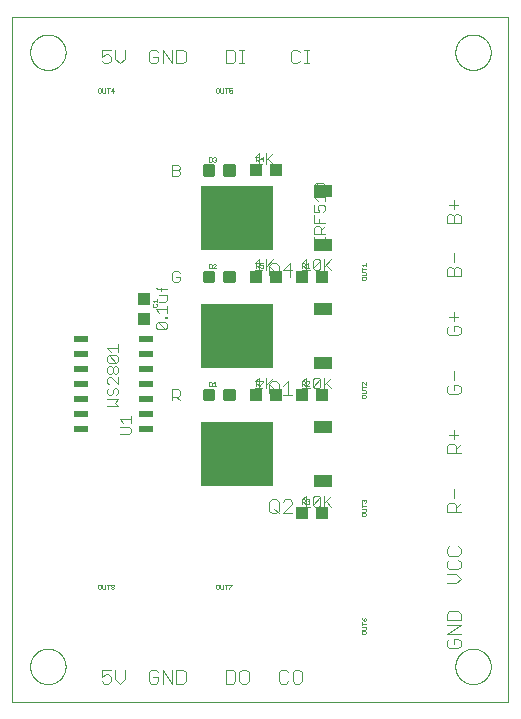
<source format=gtp>
G75*
%MOIN*%
%OFA0B0*%
%FSLAX25Y25*%
%IPPOS*%
%LPD*%
%AMOC8*
5,1,8,0,0,1.08239X$1,22.5*
%
%ADD10C,0.00000*%
%ADD11C,0.00400*%
%ADD12C,0.00300*%
%ADD13C,0.00100*%
%ADD14R,0.04724X0.01969*%
%ADD15R,0.04331X0.03937*%
%ADD16C,0.01181*%
%ADD17R,0.03937X0.04331*%
%ADD18R,0.24409X0.21260*%
%ADD19R,0.06299X0.03937*%
D10*
X0002969Y0002969D02*
X0002969Y0231315D01*
X0168323Y0231315D01*
X0168323Y0002969D01*
X0002969Y0002969D01*
X0008874Y0014780D02*
X0008876Y0014933D01*
X0008882Y0015087D01*
X0008892Y0015240D01*
X0008906Y0015392D01*
X0008924Y0015545D01*
X0008946Y0015696D01*
X0008971Y0015847D01*
X0009001Y0015998D01*
X0009035Y0016148D01*
X0009072Y0016296D01*
X0009113Y0016444D01*
X0009158Y0016590D01*
X0009207Y0016736D01*
X0009260Y0016880D01*
X0009316Y0017022D01*
X0009376Y0017163D01*
X0009440Y0017303D01*
X0009507Y0017441D01*
X0009578Y0017577D01*
X0009653Y0017711D01*
X0009730Y0017843D01*
X0009812Y0017973D01*
X0009896Y0018101D01*
X0009984Y0018227D01*
X0010075Y0018350D01*
X0010169Y0018471D01*
X0010267Y0018589D01*
X0010367Y0018705D01*
X0010471Y0018818D01*
X0010577Y0018929D01*
X0010686Y0019037D01*
X0010798Y0019142D01*
X0010912Y0019243D01*
X0011030Y0019342D01*
X0011149Y0019438D01*
X0011271Y0019531D01*
X0011396Y0019620D01*
X0011523Y0019707D01*
X0011652Y0019789D01*
X0011783Y0019869D01*
X0011916Y0019945D01*
X0012051Y0020018D01*
X0012188Y0020087D01*
X0012327Y0020152D01*
X0012467Y0020214D01*
X0012609Y0020272D01*
X0012752Y0020327D01*
X0012897Y0020378D01*
X0013043Y0020425D01*
X0013190Y0020468D01*
X0013338Y0020507D01*
X0013487Y0020543D01*
X0013637Y0020574D01*
X0013788Y0020602D01*
X0013939Y0020626D01*
X0014092Y0020646D01*
X0014244Y0020662D01*
X0014397Y0020674D01*
X0014550Y0020682D01*
X0014703Y0020686D01*
X0014857Y0020686D01*
X0015010Y0020682D01*
X0015163Y0020674D01*
X0015316Y0020662D01*
X0015468Y0020646D01*
X0015621Y0020626D01*
X0015772Y0020602D01*
X0015923Y0020574D01*
X0016073Y0020543D01*
X0016222Y0020507D01*
X0016370Y0020468D01*
X0016517Y0020425D01*
X0016663Y0020378D01*
X0016808Y0020327D01*
X0016951Y0020272D01*
X0017093Y0020214D01*
X0017233Y0020152D01*
X0017372Y0020087D01*
X0017509Y0020018D01*
X0017644Y0019945D01*
X0017777Y0019869D01*
X0017908Y0019789D01*
X0018037Y0019707D01*
X0018164Y0019620D01*
X0018289Y0019531D01*
X0018411Y0019438D01*
X0018530Y0019342D01*
X0018648Y0019243D01*
X0018762Y0019142D01*
X0018874Y0019037D01*
X0018983Y0018929D01*
X0019089Y0018818D01*
X0019193Y0018705D01*
X0019293Y0018589D01*
X0019391Y0018471D01*
X0019485Y0018350D01*
X0019576Y0018227D01*
X0019664Y0018101D01*
X0019748Y0017973D01*
X0019830Y0017843D01*
X0019907Y0017711D01*
X0019982Y0017577D01*
X0020053Y0017441D01*
X0020120Y0017303D01*
X0020184Y0017163D01*
X0020244Y0017022D01*
X0020300Y0016880D01*
X0020353Y0016736D01*
X0020402Y0016590D01*
X0020447Y0016444D01*
X0020488Y0016296D01*
X0020525Y0016148D01*
X0020559Y0015998D01*
X0020589Y0015847D01*
X0020614Y0015696D01*
X0020636Y0015545D01*
X0020654Y0015392D01*
X0020668Y0015240D01*
X0020678Y0015087D01*
X0020684Y0014933D01*
X0020686Y0014780D01*
X0020684Y0014627D01*
X0020678Y0014473D01*
X0020668Y0014320D01*
X0020654Y0014168D01*
X0020636Y0014015D01*
X0020614Y0013864D01*
X0020589Y0013713D01*
X0020559Y0013562D01*
X0020525Y0013412D01*
X0020488Y0013264D01*
X0020447Y0013116D01*
X0020402Y0012970D01*
X0020353Y0012824D01*
X0020300Y0012680D01*
X0020244Y0012538D01*
X0020184Y0012397D01*
X0020120Y0012257D01*
X0020053Y0012119D01*
X0019982Y0011983D01*
X0019907Y0011849D01*
X0019830Y0011717D01*
X0019748Y0011587D01*
X0019664Y0011459D01*
X0019576Y0011333D01*
X0019485Y0011210D01*
X0019391Y0011089D01*
X0019293Y0010971D01*
X0019193Y0010855D01*
X0019089Y0010742D01*
X0018983Y0010631D01*
X0018874Y0010523D01*
X0018762Y0010418D01*
X0018648Y0010317D01*
X0018530Y0010218D01*
X0018411Y0010122D01*
X0018289Y0010029D01*
X0018164Y0009940D01*
X0018037Y0009853D01*
X0017908Y0009771D01*
X0017777Y0009691D01*
X0017644Y0009615D01*
X0017509Y0009542D01*
X0017372Y0009473D01*
X0017233Y0009408D01*
X0017093Y0009346D01*
X0016951Y0009288D01*
X0016808Y0009233D01*
X0016663Y0009182D01*
X0016517Y0009135D01*
X0016370Y0009092D01*
X0016222Y0009053D01*
X0016073Y0009017D01*
X0015923Y0008986D01*
X0015772Y0008958D01*
X0015621Y0008934D01*
X0015468Y0008914D01*
X0015316Y0008898D01*
X0015163Y0008886D01*
X0015010Y0008878D01*
X0014857Y0008874D01*
X0014703Y0008874D01*
X0014550Y0008878D01*
X0014397Y0008886D01*
X0014244Y0008898D01*
X0014092Y0008914D01*
X0013939Y0008934D01*
X0013788Y0008958D01*
X0013637Y0008986D01*
X0013487Y0009017D01*
X0013338Y0009053D01*
X0013190Y0009092D01*
X0013043Y0009135D01*
X0012897Y0009182D01*
X0012752Y0009233D01*
X0012609Y0009288D01*
X0012467Y0009346D01*
X0012327Y0009408D01*
X0012188Y0009473D01*
X0012051Y0009542D01*
X0011916Y0009615D01*
X0011783Y0009691D01*
X0011652Y0009771D01*
X0011523Y0009853D01*
X0011396Y0009940D01*
X0011271Y0010029D01*
X0011149Y0010122D01*
X0011030Y0010218D01*
X0010912Y0010317D01*
X0010798Y0010418D01*
X0010686Y0010523D01*
X0010577Y0010631D01*
X0010471Y0010742D01*
X0010367Y0010855D01*
X0010267Y0010971D01*
X0010169Y0011089D01*
X0010075Y0011210D01*
X0009984Y0011333D01*
X0009896Y0011459D01*
X0009812Y0011587D01*
X0009730Y0011717D01*
X0009653Y0011849D01*
X0009578Y0011983D01*
X0009507Y0012119D01*
X0009440Y0012257D01*
X0009376Y0012397D01*
X0009316Y0012538D01*
X0009260Y0012680D01*
X0009207Y0012824D01*
X0009158Y0012970D01*
X0009113Y0013116D01*
X0009072Y0013264D01*
X0009035Y0013412D01*
X0009001Y0013562D01*
X0008971Y0013713D01*
X0008946Y0013864D01*
X0008924Y0014015D01*
X0008906Y0014168D01*
X0008892Y0014320D01*
X0008882Y0014473D01*
X0008876Y0014627D01*
X0008874Y0014780D01*
X0150606Y0014780D02*
X0150608Y0014933D01*
X0150614Y0015087D01*
X0150624Y0015240D01*
X0150638Y0015392D01*
X0150656Y0015545D01*
X0150678Y0015696D01*
X0150703Y0015847D01*
X0150733Y0015998D01*
X0150767Y0016148D01*
X0150804Y0016296D01*
X0150845Y0016444D01*
X0150890Y0016590D01*
X0150939Y0016736D01*
X0150992Y0016880D01*
X0151048Y0017022D01*
X0151108Y0017163D01*
X0151172Y0017303D01*
X0151239Y0017441D01*
X0151310Y0017577D01*
X0151385Y0017711D01*
X0151462Y0017843D01*
X0151544Y0017973D01*
X0151628Y0018101D01*
X0151716Y0018227D01*
X0151807Y0018350D01*
X0151901Y0018471D01*
X0151999Y0018589D01*
X0152099Y0018705D01*
X0152203Y0018818D01*
X0152309Y0018929D01*
X0152418Y0019037D01*
X0152530Y0019142D01*
X0152644Y0019243D01*
X0152762Y0019342D01*
X0152881Y0019438D01*
X0153003Y0019531D01*
X0153128Y0019620D01*
X0153255Y0019707D01*
X0153384Y0019789D01*
X0153515Y0019869D01*
X0153648Y0019945D01*
X0153783Y0020018D01*
X0153920Y0020087D01*
X0154059Y0020152D01*
X0154199Y0020214D01*
X0154341Y0020272D01*
X0154484Y0020327D01*
X0154629Y0020378D01*
X0154775Y0020425D01*
X0154922Y0020468D01*
X0155070Y0020507D01*
X0155219Y0020543D01*
X0155369Y0020574D01*
X0155520Y0020602D01*
X0155671Y0020626D01*
X0155824Y0020646D01*
X0155976Y0020662D01*
X0156129Y0020674D01*
X0156282Y0020682D01*
X0156435Y0020686D01*
X0156589Y0020686D01*
X0156742Y0020682D01*
X0156895Y0020674D01*
X0157048Y0020662D01*
X0157200Y0020646D01*
X0157353Y0020626D01*
X0157504Y0020602D01*
X0157655Y0020574D01*
X0157805Y0020543D01*
X0157954Y0020507D01*
X0158102Y0020468D01*
X0158249Y0020425D01*
X0158395Y0020378D01*
X0158540Y0020327D01*
X0158683Y0020272D01*
X0158825Y0020214D01*
X0158965Y0020152D01*
X0159104Y0020087D01*
X0159241Y0020018D01*
X0159376Y0019945D01*
X0159509Y0019869D01*
X0159640Y0019789D01*
X0159769Y0019707D01*
X0159896Y0019620D01*
X0160021Y0019531D01*
X0160143Y0019438D01*
X0160262Y0019342D01*
X0160380Y0019243D01*
X0160494Y0019142D01*
X0160606Y0019037D01*
X0160715Y0018929D01*
X0160821Y0018818D01*
X0160925Y0018705D01*
X0161025Y0018589D01*
X0161123Y0018471D01*
X0161217Y0018350D01*
X0161308Y0018227D01*
X0161396Y0018101D01*
X0161480Y0017973D01*
X0161562Y0017843D01*
X0161639Y0017711D01*
X0161714Y0017577D01*
X0161785Y0017441D01*
X0161852Y0017303D01*
X0161916Y0017163D01*
X0161976Y0017022D01*
X0162032Y0016880D01*
X0162085Y0016736D01*
X0162134Y0016590D01*
X0162179Y0016444D01*
X0162220Y0016296D01*
X0162257Y0016148D01*
X0162291Y0015998D01*
X0162321Y0015847D01*
X0162346Y0015696D01*
X0162368Y0015545D01*
X0162386Y0015392D01*
X0162400Y0015240D01*
X0162410Y0015087D01*
X0162416Y0014933D01*
X0162418Y0014780D01*
X0162416Y0014627D01*
X0162410Y0014473D01*
X0162400Y0014320D01*
X0162386Y0014168D01*
X0162368Y0014015D01*
X0162346Y0013864D01*
X0162321Y0013713D01*
X0162291Y0013562D01*
X0162257Y0013412D01*
X0162220Y0013264D01*
X0162179Y0013116D01*
X0162134Y0012970D01*
X0162085Y0012824D01*
X0162032Y0012680D01*
X0161976Y0012538D01*
X0161916Y0012397D01*
X0161852Y0012257D01*
X0161785Y0012119D01*
X0161714Y0011983D01*
X0161639Y0011849D01*
X0161562Y0011717D01*
X0161480Y0011587D01*
X0161396Y0011459D01*
X0161308Y0011333D01*
X0161217Y0011210D01*
X0161123Y0011089D01*
X0161025Y0010971D01*
X0160925Y0010855D01*
X0160821Y0010742D01*
X0160715Y0010631D01*
X0160606Y0010523D01*
X0160494Y0010418D01*
X0160380Y0010317D01*
X0160262Y0010218D01*
X0160143Y0010122D01*
X0160021Y0010029D01*
X0159896Y0009940D01*
X0159769Y0009853D01*
X0159640Y0009771D01*
X0159509Y0009691D01*
X0159376Y0009615D01*
X0159241Y0009542D01*
X0159104Y0009473D01*
X0158965Y0009408D01*
X0158825Y0009346D01*
X0158683Y0009288D01*
X0158540Y0009233D01*
X0158395Y0009182D01*
X0158249Y0009135D01*
X0158102Y0009092D01*
X0157954Y0009053D01*
X0157805Y0009017D01*
X0157655Y0008986D01*
X0157504Y0008958D01*
X0157353Y0008934D01*
X0157200Y0008914D01*
X0157048Y0008898D01*
X0156895Y0008886D01*
X0156742Y0008878D01*
X0156589Y0008874D01*
X0156435Y0008874D01*
X0156282Y0008878D01*
X0156129Y0008886D01*
X0155976Y0008898D01*
X0155824Y0008914D01*
X0155671Y0008934D01*
X0155520Y0008958D01*
X0155369Y0008986D01*
X0155219Y0009017D01*
X0155070Y0009053D01*
X0154922Y0009092D01*
X0154775Y0009135D01*
X0154629Y0009182D01*
X0154484Y0009233D01*
X0154341Y0009288D01*
X0154199Y0009346D01*
X0154059Y0009408D01*
X0153920Y0009473D01*
X0153783Y0009542D01*
X0153648Y0009615D01*
X0153515Y0009691D01*
X0153384Y0009771D01*
X0153255Y0009853D01*
X0153128Y0009940D01*
X0153003Y0010029D01*
X0152881Y0010122D01*
X0152762Y0010218D01*
X0152644Y0010317D01*
X0152530Y0010418D01*
X0152418Y0010523D01*
X0152309Y0010631D01*
X0152203Y0010742D01*
X0152099Y0010855D01*
X0151999Y0010971D01*
X0151901Y0011089D01*
X0151807Y0011210D01*
X0151716Y0011333D01*
X0151628Y0011459D01*
X0151544Y0011587D01*
X0151462Y0011717D01*
X0151385Y0011849D01*
X0151310Y0011983D01*
X0151239Y0012119D01*
X0151172Y0012257D01*
X0151108Y0012397D01*
X0151048Y0012538D01*
X0150992Y0012680D01*
X0150939Y0012824D01*
X0150890Y0012970D01*
X0150845Y0013116D01*
X0150804Y0013264D01*
X0150767Y0013412D01*
X0150733Y0013562D01*
X0150703Y0013713D01*
X0150678Y0013864D01*
X0150656Y0014015D01*
X0150638Y0014168D01*
X0150624Y0014320D01*
X0150614Y0014473D01*
X0150608Y0014627D01*
X0150606Y0014780D01*
X0150606Y0219504D02*
X0150608Y0219657D01*
X0150614Y0219811D01*
X0150624Y0219964D01*
X0150638Y0220116D01*
X0150656Y0220269D01*
X0150678Y0220420D01*
X0150703Y0220571D01*
X0150733Y0220722D01*
X0150767Y0220872D01*
X0150804Y0221020D01*
X0150845Y0221168D01*
X0150890Y0221314D01*
X0150939Y0221460D01*
X0150992Y0221604D01*
X0151048Y0221746D01*
X0151108Y0221887D01*
X0151172Y0222027D01*
X0151239Y0222165D01*
X0151310Y0222301D01*
X0151385Y0222435D01*
X0151462Y0222567D01*
X0151544Y0222697D01*
X0151628Y0222825D01*
X0151716Y0222951D01*
X0151807Y0223074D01*
X0151901Y0223195D01*
X0151999Y0223313D01*
X0152099Y0223429D01*
X0152203Y0223542D01*
X0152309Y0223653D01*
X0152418Y0223761D01*
X0152530Y0223866D01*
X0152644Y0223967D01*
X0152762Y0224066D01*
X0152881Y0224162D01*
X0153003Y0224255D01*
X0153128Y0224344D01*
X0153255Y0224431D01*
X0153384Y0224513D01*
X0153515Y0224593D01*
X0153648Y0224669D01*
X0153783Y0224742D01*
X0153920Y0224811D01*
X0154059Y0224876D01*
X0154199Y0224938D01*
X0154341Y0224996D01*
X0154484Y0225051D01*
X0154629Y0225102D01*
X0154775Y0225149D01*
X0154922Y0225192D01*
X0155070Y0225231D01*
X0155219Y0225267D01*
X0155369Y0225298D01*
X0155520Y0225326D01*
X0155671Y0225350D01*
X0155824Y0225370D01*
X0155976Y0225386D01*
X0156129Y0225398D01*
X0156282Y0225406D01*
X0156435Y0225410D01*
X0156589Y0225410D01*
X0156742Y0225406D01*
X0156895Y0225398D01*
X0157048Y0225386D01*
X0157200Y0225370D01*
X0157353Y0225350D01*
X0157504Y0225326D01*
X0157655Y0225298D01*
X0157805Y0225267D01*
X0157954Y0225231D01*
X0158102Y0225192D01*
X0158249Y0225149D01*
X0158395Y0225102D01*
X0158540Y0225051D01*
X0158683Y0224996D01*
X0158825Y0224938D01*
X0158965Y0224876D01*
X0159104Y0224811D01*
X0159241Y0224742D01*
X0159376Y0224669D01*
X0159509Y0224593D01*
X0159640Y0224513D01*
X0159769Y0224431D01*
X0159896Y0224344D01*
X0160021Y0224255D01*
X0160143Y0224162D01*
X0160262Y0224066D01*
X0160380Y0223967D01*
X0160494Y0223866D01*
X0160606Y0223761D01*
X0160715Y0223653D01*
X0160821Y0223542D01*
X0160925Y0223429D01*
X0161025Y0223313D01*
X0161123Y0223195D01*
X0161217Y0223074D01*
X0161308Y0222951D01*
X0161396Y0222825D01*
X0161480Y0222697D01*
X0161562Y0222567D01*
X0161639Y0222435D01*
X0161714Y0222301D01*
X0161785Y0222165D01*
X0161852Y0222027D01*
X0161916Y0221887D01*
X0161976Y0221746D01*
X0162032Y0221604D01*
X0162085Y0221460D01*
X0162134Y0221314D01*
X0162179Y0221168D01*
X0162220Y0221020D01*
X0162257Y0220872D01*
X0162291Y0220722D01*
X0162321Y0220571D01*
X0162346Y0220420D01*
X0162368Y0220269D01*
X0162386Y0220116D01*
X0162400Y0219964D01*
X0162410Y0219811D01*
X0162416Y0219657D01*
X0162418Y0219504D01*
X0162416Y0219351D01*
X0162410Y0219197D01*
X0162400Y0219044D01*
X0162386Y0218892D01*
X0162368Y0218739D01*
X0162346Y0218588D01*
X0162321Y0218437D01*
X0162291Y0218286D01*
X0162257Y0218136D01*
X0162220Y0217988D01*
X0162179Y0217840D01*
X0162134Y0217694D01*
X0162085Y0217548D01*
X0162032Y0217404D01*
X0161976Y0217262D01*
X0161916Y0217121D01*
X0161852Y0216981D01*
X0161785Y0216843D01*
X0161714Y0216707D01*
X0161639Y0216573D01*
X0161562Y0216441D01*
X0161480Y0216311D01*
X0161396Y0216183D01*
X0161308Y0216057D01*
X0161217Y0215934D01*
X0161123Y0215813D01*
X0161025Y0215695D01*
X0160925Y0215579D01*
X0160821Y0215466D01*
X0160715Y0215355D01*
X0160606Y0215247D01*
X0160494Y0215142D01*
X0160380Y0215041D01*
X0160262Y0214942D01*
X0160143Y0214846D01*
X0160021Y0214753D01*
X0159896Y0214664D01*
X0159769Y0214577D01*
X0159640Y0214495D01*
X0159509Y0214415D01*
X0159376Y0214339D01*
X0159241Y0214266D01*
X0159104Y0214197D01*
X0158965Y0214132D01*
X0158825Y0214070D01*
X0158683Y0214012D01*
X0158540Y0213957D01*
X0158395Y0213906D01*
X0158249Y0213859D01*
X0158102Y0213816D01*
X0157954Y0213777D01*
X0157805Y0213741D01*
X0157655Y0213710D01*
X0157504Y0213682D01*
X0157353Y0213658D01*
X0157200Y0213638D01*
X0157048Y0213622D01*
X0156895Y0213610D01*
X0156742Y0213602D01*
X0156589Y0213598D01*
X0156435Y0213598D01*
X0156282Y0213602D01*
X0156129Y0213610D01*
X0155976Y0213622D01*
X0155824Y0213638D01*
X0155671Y0213658D01*
X0155520Y0213682D01*
X0155369Y0213710D01*
X0155219Y0213741D01*
X0155070Y0213777D01*
X0154922Y0213816D01*
X0154775Y0213859D01*
X0154629Y0213906D01*
X0154484Y0213957D01*
X0154341Y0214012D01*
X0154199Y0214070D01*
X0154059Y0214132D01*
X0153920Y0214197D01*
X0153783Y0214266D01*
X0153648Y0214339D01*
X0153515Y0214415D01*
X0153384Y0214495D01*
X0153255Y0214577D01*
X0153128Y0214664D01*
X0153003Y0214753D01*
X0152881Y0214846D01*
X0152762Y0214942D01*
X0152644Y0215041D01*
X0152530Y0215142D01*
X0152418Y0215247D01*
X0152309Y0215355D01*
X0152203Y0215466D01*
X0152099Y0215579D01*
X0151999Y0215695D01*
X0151901Y0215813D01*
X0151807Y0215934D01*
X0151716Y0216057D01*
X0151628Y0216183D01*
X0151544Y0216311D01*
X0151462Y0216441D01*
X0151385Y0216573D01*
X0151310Y0216707D01*
X0151239Y0216843D01*
X0151172Y0216981D01*
X0151108Y0217121D01*
X0151048Y0217262D01*
X0150992Y0217404D01*
X0150939Y0217548D01*
X0150890Y0217694D01*
X0150845Y0217840D01*
X0150804Y0217988D01*
X0150767Y0218136D01*
X0150733Y0218286D01*
X0150703Y0218437D01*
X0150678Y0218588D01*
X0150656Y0218739D01*
X0150638Y0218892D01*
X0150624Y0219044D01*
X0150614Y0219197D01*
X0150608Y0219351D01*
X0150606Y0219504D01*
X0008874Y0219504D02*
X0008876Y0219657D01*
X0008882Y0219811D01*
X0008892Y0219964D01*
X0008906Y0220116D01*
X0008924Y0220269D01*
X0008946Y0220420D01*
X0008971Y0220571D01*
X0009001Y0220722D01*
X0009035Y0220872D01*
X0009072Y0221020D01*
X0009113Y0221168D01*
X0009158Y0221314D01*
X0009207Y0221460D01*
X0009260Y0221604D01*
X0009316Y0221746D01*
X0009376Y0221887D01*
X0009440Y0222027D01*
X0009507Y0222165D01*
X0009578Y0222301D01*
X0009653Y0222435D01*
X0009730Y0222567D01*
X0009812Y0222697D01*
X0009896Y0222825D01*
X0009984Y0222951D01*
X0010075Y0223074D01*
X0010169Y0223195D01*
X0010267Y0223313D01*
X0010367Y0223429D01*
X0010471Y0223542D01*
X0010577Y0223653D01*
X0010686Y0223761D01*
X0010798Y0223866D01*
X0010912Y0223967D01*
X0011030Y0224066D01*
X0011149Y0224162D01*
X0011271Y0224255D01*
X0011396Y0224344D01*
X0011523Y0224431D01*
X0011652Y0224513D01*
X0011783Y0224593D01*
X0011916Y0224669D01*
X0012051Y0224742D01*
X0012188Y0224811D01*
X0012327Y0224876D01*
X0012467Y0224938D01*
X0012609Y0224996D01*
X0012752Y0225051D01*
X0012897Y0225102D01*
X0013043Y0225149D01*
X0013190Y0225192D01*
X0013338Y0225231D01*
X0013487Y0225267D01*
X0013637Y0225298D01*
X0013788Y0225326D01*
X0013939Y0225350D01*
X0014092Y0225370D01*
X0014244Y0225386D01*
X0014397Y0225398D01*
X0014550Y0225406D01*
X0014703Y0225410D01*
X0014857Y0225410D01*
X0015010Y0225406D01*
X0015163Y0225398D01*
X0015316Y0225386D01*
X0015468Y0225370D01*
X0015621Y0225350D01*
X0015772Y0225326D01*
X0015923Y0225298D01*
X0016073Y0225267D01*
X0016222Y0225231D01*
X0016370Y0225192D01*
X0016517Y0225149D01*
X0016663Y0225102D01*
X0016808Y0225051D01*
X0016951Y0224996D01*
X0017093Y0224938D01*
X0017233Y0224876D01*
X0017372Y0224811D01*
X0017509Y0224742D01*
X0017644Y0224669D01*
X0017777Y0224593D01*
X0017908Y0224513D01*
X0018037Y0224431D01*
X0018164Y0224344D01*
X0018289Y0224255D01*
X0018411Y0224162D01*
X0018530Y0224066D01*
X0018648Y0223967D01*
X0018762Y0223866D01*
X0018874Y0223761D01*
X0018983Y0223653D01*
X0019089Y0223542D01*
X0019193Y0223429D01*
X0019293Y0223313D01*
X0019391Y0223195D01*
X0019485Y0223074D01*
X0019576Y0222951D01*
X0019664Y0222825D01*
X0019748Y0222697D01*
X0019830Y0222567D01*
X0019907Y0222435D01*
X0019982Y0222301D01*
X0020053Y0222165D01*
X0020120Y0222027D01*
X0020184Y0221887D01*
X0020244Y0221746D01*
X0020300Y0221604D01*
X0020353Y0221460D01*
X0020402Y0221314D01*
X0020447Y0221168D01*
X0020488Y0221020D01*
X0020525Y0220872D01*
X0020559Y0220722D01*
X0020589Y0220571D01*
X0020614Y0220420D01*
X0020636Y0220269D01*
X0020654Y0220116D01*
X0020668Y0219964D01*
X0020678Y0219811D01*
X0020684Y0219657D01*
X0020686Y0219504D01*
X0020684Y0219351D01*
X0020678Y0219197D01*
X0020668Y0219044D01*
X0020654Y0218892D01*
X0020636Y0218739D01*
X0020614Y0218588D01*
X0020589Y0218437D01*
X0020559Y0218286D01*
X0020525Y0218136D01*
X0020488Y0217988D01*
X0020447Y0217840D01*
X0020402Y0217694D01*
X0020353Y0217548D01*
X0020300Y0217404D01*
X0020244Y0217262D01*
X0020184Y0217121D01*
X0020120Y0216981D01*
X0020053Y0216843D01*
X0019982Y0216707D01*
X0019907Y0216573D01*
X0019830Y0216441D01*
X0019748Y0216311D01*
X0019664Y0216183D01*
X0019576Y0216057D01*
X0019485Y0215934D01*
X0019391Y0215813D01*
X0019293Y0215695D01*
X0019193Y0215579D01*
X0019089Y0215466D01*
X0018983Y0215355D01*
X0018874Y0215247D01*
X0018762Y0215142D01*
X0018648Y0215041D01*
X0018530Y0214942D01*
X0018411Y0214846D01*
X0018289Y0214753D01*
X0018164Y0214664D01*
X0018037Y0214577D01*
X0017908Y0214495D01*
X0017777Y0214415D01*
X0017644Y0214339D01*
X0017509Y0214266D01*
X0017372Y0214197D01*
X0017233Y0214132D01*
X0017093Y0214070D01*
X0016951Y0214012D01*
X0016808Y0213957D01*
X0016663Y0213906D01*
X0016517Y0213859D01*
X0016370Y0213816D01*
X0016222Y0213777D01*
X0016073Y0213741D01*
X0015923Y0213710D01*
X0015772Y0213682D01*
X0015621Y0213658D01*
X0015468Y0213638D01*
X0015316Y0213622D01*
X0015163Y0213610D01*
X0015010Y0213602D01*
X0014857Y0213598D01*
X0014703Y0213598D01*
X0014550Y0213602D01*
X0014397Y0213610D01*
X0014244Y0213622D01*
X0014092Y0213638D01*
X0013939Y0213658D01*
X0013788Y0213682D01*
X0013637Y0213710D01*
X0013487Y0213741D01*
X0013338Y0213777D01*
X0013190Y0213816D01*
X0013043Y0213859D01*
X0012897Y0213906D01*
X0012752Y0213957D01*
X0012609Y0214012D01*
X0012467Y0214070D01*
X0012327Y0214132D01*
X0012188Y0214197D01*
X0012051Y0214266D01*
X0011916Y0214339D01*
X0011783Y0214415D01*
X0011652Y0214495D01*
X0011523Y0214577D01*
X0011396Y0214664D01*
X0011271Y0214753D01*
X0011149Y0214846D01*
X0011030Y0214942D01*
X0010912Y0215041D01*
X0010798Y0215142D01*
X0010686Y0215247D01*
X0010577Y0215355D01*
X0010471Y0215466D01*
X0010367Y0215579D01*
X0010267Y0215695D01*
X0010169Y0215813D01*
X0010075Y0215934D01*
X0009984Y0216057D01*
X0009896Y0216183D01*
X0009812Y0216311D01*
X0009730Y0216441D01*
X0009653Y0216573D01*
X0009578Y0216707D01*
X0009507Y0216843D01*
X0009440Y0216981D01*
X0009376Y0217121D01*
X0009316Y0217262D01*
X0009260Y0217404D01*
X0009207Y0217548D01*
X0009158Y0217694D01*
X0009113Y0217840D01*
X0009072Y0217988D01*
X0009035Y0218136D01*
X0009001Y0218286D01*
X0008971Y0218437D01*
X0008946Y0218588D01*
X0008924Y0218739D01*
X0008906Y0218892D01*
X0008892Y0219044D01*
X0008882Y0219197D01*
X0008876Y0219351D01*
X0008874Y0219504D01*
D11*
X0032696Y0220371D02*
X0032696Y0218069D01*
X0034231Y0218836D01*
X0034998Y0218836D01*
X0035765Y0218069D01*
X0035765Y0216534D01*
X0034998Y0215767D01*
X0033463Y0215767D01*
X0032696Y0216534D01*
X0032696Y0220371D02*
X0035765Y0220371D01*
X0037300Y0220371D02*
X0037300Y0217302D01*
X0038835Y0215767D01*
X0040369Y0217302D01*
X0040369Y0220371D01*
X0048444Y0219604D02*
X0048444Y0216534D01*
X0049211Y0215767D01*
X0050746Y0215767D01*
X0051513Y0216534D01*
X0051513Y0218069D01*
X0049979Y0218069D01*
X0051513Y0219604D02*
X0050746Y0220371D01*
X0049211Y0220371D01*
X0048444Y0219604D01*
X0053048Y0220371D02*
X0053048Y0215767D01*
X0056117Y0215767D02*
X0053048Y0220371D01*
X0056117Y0220371D02*
X0056117Y0215767D01*
X0057652Y0215767D02*
X0059954Y0215767D01*
X0060721Y0216534D01*
X0060721Y0219604D01*
X0059954Y0220371D01*
X0057652Y0220371D01*
X0057652Y0215767D01*
X0074035Y0215767D02*
X0076337Y0215767D01*
X0077104Y0216534D01*
X0077104Y0219604D01*
X0076337Y0220371D01*
X0074035Y0220371D01*
X0074035Y0215767D01*
X0078639Y0215767D02*
X0080173Y0215767D01*
X0079406Y0215767D02*
X0079406Y0220371D01*
X0078639Y0220371D02*
X0080173Y0220371D01*
X0095688Y0219604D02*
X0095688Y0216534D01*
X0096455Y0215767D01*
X0097990Y0215767D01*
X0098757Y0216534D01*
X0100292Y0215767D02*
X0101827Y0215767D01*
X0101059Y0215767D02*
X0101059Y0220371D01*
X0100292Y0220371D02*
X0101827Y0220371D01*
X0098757Y0219604D02*
X0097990Y0220371D01*
X0096455Y0220371D01*
X0095688Y0219604D01*
X0095512Y0149190D02*
X0093210Y0146888D01*
X0096280Y0146888D01*
X0095512Y0144586D02*
X0095512Y0149190D01*
X0091676Y0148422D02*
X0091676Y0145353D01*
X0090908Y0144586D01*
X0089374Y0144586D01*
X0088606Y0145353D01*
X0088606Y0148422D01*
X0089374Y0149190D01*
X0090908Y0149190D01*
X0091676Y0148422D01*
X0090141Y0146120D02*
X0091676Y0144586D01*
X0090908Y0109820D02*
X0089374Y0109820D01*
X0088606Y0109052D01*
X0088606Y0105983D01*
X0089374Y0105216D01*
X0090908Y0105216D01*
X0091676Y0105983D01*
X0091676Y0109052D01*
X0090908Y0109820D01*
X0093210Y0108285D02*
X0094745Y0109820D01*
X0094745Y0105216D01*
X0093210Y0105216D02*
X0096280Y0105216D01*
X0091676Y0105216D02*
X0090141Y0106750D01*
X0089374Y0070450D02*
X0090908Y0070450D01*
X0091676Y0069682D01*
X0091676Y0066613D01*
X0090908Y0065846D01*
X0089374Y0065846D01*
X0088606Y0066613D01*
X0088606Y0069682D01*
X0089374Y0070450D01*
X0090141Y0067380D02*
X0091676Y0065846D01*
X0093210Y0065846D02*
X0096280Y0068915D01*
X0096280Y0069682D01*
X0095512Y0070450D01*
X0093978Y0070450D01*
X0093210Y0069682D01*
X0093210Y0065846D02*
X0096280Y0065846D01*
X0097122Y0013678D02*
X0096355Y0012911D01*
X0096355Y0009841D01*
X0097122Y0009074D01*
X0098657Y0009074D01*
X0099424Y0009841D01*
X0099424Y0012911D01*
X0098657Y0013678D01*
X0097122Y0013678D01*
X0094820Y0012911D02*
X0094053Y0013678D01*
X0092518Y0013678D01*
X0091751Y0012911D01*
X0091751Y0009841D01*
X0092518Y0009074D01*
X0094053Y0009074D01*
X0094820Y0009841D01*
X0081708Y0009841D02*
X0080941Y0009074D01*
X0079406Y0009074D01*
X0078639Y0009841D01*
X0078639Y0012911D01*
X0079406Y0013678D01*
X0080941Y0013678D01*
X0081708Y0012911D01*
X0081708Y0009841D01*
X0077104Y0009841D02*
X0077104Y0012911D01*
X0076337Y0013678D01*
X0074035Y0013678D01*
X0074035Y0009074D01*
X0076337Y0009074D01*
X0077104Y0009841D01*
X0060721Y0009841D02*
X0059954Y0009074D01*
X0057652Y0009074D01*
X0057652Y0013678D01*
X0059954Y0013678D01*
X0060721Y0012911D01*
X0060721Y0009841D01*
X0056117Y0009074D02*
X0056117Y0013678D01*
X0053048Y0013678D02*
X0053048Y0009074D01*
X0051513Y0009841D02*
X0051513Y0011376D01*
X0049979Y0011376D01*
X0051513Y0012911D02*
X0050746Y0013678D01*
X0049211Y0013678D01*
X0048444Y0012911D01*
X0048444Y0009841D01*
X0049211Y0009074D01*
X0050746Y0009074D01*
X0051513Y0009841D01*
X0053048Y0013678D02*
X0056117Y0009074D01*
X0040369Y0010609D02*
X0040369Y0013678D01*
X0040369Y0010609D02*
X0038835Y0009074D01*
X0037300Y0010609D01*
X0037300Y0013678D01*
X0035765Y0013678D02*
X0032696Y0013678D01*
X0032696Y0011376D01*
X0034231Y0012143D01*
X0034998Y0012143D01*
X0035765Y0011376D01*
X0035765Y0009841D01*
X0034998Y0009074D01*
X0033463Y0009074D01*
X0032696Y0009841D01*
X0147771Y0021652D02*
X0148538Y0020885D01*
X0151607Y0020885D01*
X0152375Y0021652D01*
X0152375Y0023187D01*
X0151607Y0023954D01*
X0150073Y0023954D01*
X0150073Y0022420D01*
X0148538Y0023954D02*
X0147771Y0023187D01*
X0147771Y0021652D01*
X0147771Y0025489D02*
X0152375Y0028558D01*
X0147771Y0028558D01*
X0147771Y0030093D02*
X0147771Y0032395D01*
X0148538Y0033162D01*
X0151607Y0033162D01*
X0152375Y0032395D01*
X0152375Y0030093D01*
X0147771Y0030093D01*
X0147771Y0025489D02*
X0152375Y0025489D01*
X0150840Y0042539D02*
X0147771Y0042539D01*
X0147771Y0045608D02*
X0150840Y0045608D01*
X0152375Y0044073D01*
X0150840Y0042539D01*
X0151607Y0047143D02*
X0148538Y0047143D01*
X0147771Y0047910D01*
X0147771Y0049444D01*
X0148538Y0050212D01*
X0148538Y0051746D02*
X0151607Y0051746D01*
X0152375Y0052514D01*
X0152375Y0054048D01*
X0151607Y0054816D01*
X0148538Y0054816D02*
X0147771Y0054048D01*
X0147771Y0052514D01*
X0148538Y0051746D01*
X0151607Y0050212D02*
X0152375Y0049444D01*
X0152375Y0047910D01*
X0151607Y0047143D01*
X0150840Y0066161D02*
X0150840Y0068463D01*
X0150073Y0069230D01*
X0148538Y0069230D01*
X0147771Y0068463D01*
X0147771Y0066161D01*
X0152375Y0066161D01*
X0150840Y0067695D02*
X0152375Y0069230D01*
X0150073Y0070765D02*
X0150073Y0073834D01*
X0150840Y0085846D02*
X0150840Y0088148D01*
X0150073Y0088915D01*
X0148538Y0088915D01*
X0147771Y0088148D01*
X0147771Y0085846D01*
X0152375Y0085846D01*
X0150840Y0087380D02*
X0152375Y0088915D01*
X0150073Y0090450D02*
X0150073Y0093519D01*
X0148538Y0091984D02*
X0151607Y0091984D01*
X0151607Y0105531D02*
X0148538Y0105531D01*
X0147771Y0106298D01*
X0147771Y0107833D01*
X0148538Y0108600D01*
X0150073Y0108600D02*
X0150073Y0107065D01*
X0150073Y0108600D02*
X0151607Y0108600D01*
X0152375Y0107833D01*
X0152375Y0106298D01*
X0151607Y0105531D01*
X0150073Y0110135D02*
X0150073Y0113204D01*
X0148538Y0125216D02*
X0151607Y0125216D01*
X0152375Y0125983D01*
X0152375Y0127518D01*
X0151607Y0128285D01*
X0150073Y0128285D01*
X0150073Y0126750D01*
X0148538Y0125216D02*
X0147771Y0125983D01*
X0147771Y0127518D01*
X0148538Y0128285D01*
X0150073Y0129820D02*
X0150073Y0132889D01*
X0148538Y0131354D02*
X0151607Y0131354D01*
X0152375Y0144901D02*
X0147771Y0144901D01*
X0147771Y0147203D01*
X0148538Y0147970D01*
X0149306Y0147970D01*
X0150073Y0147203D01*
X0150073Y0144901D01*
X0150073Y0147203D02*
X0150840Y0147970D01*
X0151607Y0147970D01*
X0152375Y0147203D01*
X0152375Y0144901D01*
X0150073Y0149505D02*
X0150073Y0152574D01*
X0150073Y0162617D02*
X0150073Y0164919D01*
X0150840Y0165687D01*
X0151607Y0165687D01*
X0152375Y0164919D01*
X0152375Y0162617D01*
X0147771Y0162617D01*
X0147771Y0164919D01*
X0148538Y0165687D01*
X0149306Y0165687D01*
X0150073Y0164919D01*
X0150073Y0167221D02*
X0150073Y0170291D01*
X0148538Y0168756D02*
X0151607Y0168756D01*
D12*
X0109252Y0150459D02*
X0106825Y0148033D01*
X0107432Y0148639D02*
X0109252Y0146819D01*
X0106825Y0146819D02*
X0106825Y0150459D01*
X0105627Y0149853D02*
X0103200Y0147426D01*
X0103807Y0146819D01*
X0105020Y0146819D01*
X0105627Y0147426D01*
X0105627Y0149853D01*
X0105020Y0150459D01*
X0103807Y0150459D01*
X0103200Y0149853D01*
X0103200Y0147426D01*
X0102002Y0146819D02*
X0099575Y0146819D01*
X0100789Y0146819D02*
X0100789Y0150459D01*
X0099575Y0149246D01*
X0103509Y0156662D02*
X0103509Y0157875D01*
X0103509Y0157268D02*
X0107149Y0157268D01*
X0107149Y0156662D02*
X0107149Y0157875D01*
X0107149Y0159079D02*
X0103509Y0159079D01*
X0103509Y0160899D01*
X0104116Y0161505D01*
X0105329Y0161505D01*
X0105936Y0160899D01*
X0105936Y0159079D01*
X0105936Y0160292D02*
X0107149Y0161505D01*
X0107149Y0162704D02*
X0103509Y0162704D01*
X0103509Y0165130D01*
X0103509Y0166329D02*
X0105329Y0166329D01*
X0104722Y0167542D01*
X0104722Y0168149D01*
X0105329Y0168756D01*
X0106543Y0168756D01*
X0107149Y0168149D01*
X0107149Y0166936D01*
X0106543Y0166329D01*
X0105329Y0163917D02*
X0105329Y0162704D01*
X0103509Y0166329D02*
X0103509Y0168756D01*
X0104722Y0169954D02*
X0103509Y0171167D01*
X0107149Y0171167D01*
X0107149Y0169954D02*
X0107149Y0172381D01*
X0106543Y0173579D02*
X0104116Y0176006D01*
X0106543Y0176006D01*
X0107149Y0175399D01*
X0107149Y0174186D01*
X0106543Y0173579D01*
X0104116Y0173579D01*
X0103509Y0174186D01*
X0103509Y0175399D01*
X0104116Y0176006D01*
X0089879Y0182252D02*
X0088059Y0184072D01*
X0087452Y0183466D02*
X0089879Y0185892D01*
X0087452Y0185892D02*
X0087452Y0182252D01*
X0086254Y0182252D02*
X0083827Y0182252D01*
X0085041Y0182252D02*
X0085041Y0185892D01*
X0083827Y0184679D01*
X0084553Y0166207D02*
X0083340Y0164994D01*
X0082141Y0164387D02*
X0082141Y0163174D01*
X0081535Y0162567D01*
X0080321Y0162567D01*
X0079715Y0163174D01*
X0079715Y0164387D02*
X0080928Y0164994D01*
X0081535Y0164994D01*
X0082141Y0164387D01*
X0082141Y0166207D02*
X0079715Y0166207D01*
X0079715Y0164387D01*
X0078516Y0166207D02*
X0076090Y0166207D01*
X0076090Y0162567D01*
X0074891Y0162567D02*
X0073678Y0163781D01*
X0074284Y0163781D02*
X0072464Y0163781D01*
X0072464Y0162567D02*
X0072464Y0166207D01*
X0074284Y0166207D01*
X0074891Y0165601D01*
X0074891Y0164387D01*
X0074284Y0163781D01*
X0076090Y0164387D02*
X0077303Y0164387D01*
X0083340Y0162567D02*
X0085767Y0162567D01*
X0084553Y0162567D02*
X0084553Y0166207D01*
X0086965Y0165601D02*
X0086965Y0163174D01*
X0089392Y0165601D01*
X0089392Y0163174D01*
X0088785Y0162567D01*
X0087572Y0162567D01*
X0086965Y0163174D01*
X0086965Y0165601D02*
X0087572Y0166207D01*
X0088785Y0166207D01*
X0089392Y0165601D01*
X0089879Y0150459D02*
X0087452Y0148033D01*
X0088059Y0148639D02*
X0089879Y0146819D01*
X0087452Y0146819D02*
X0087452Y0150459D01*
X0085041Y0150459D02*
X0085041Y0146819D01*
X0086254Y0146819D02*
X0083827Y0146819D01*
X0083827Y0149246D02*
X0085041Y0150459D01*
X0071261Y0162567D02*
X0070048Y0162567D01*
X0070654Y0162567D02*
X0070654Y0166207D01*
X0070048Y0166207D02*
X0071261Y0166207D01*
X0058695Y0178922D02*
X0058088Y0178315D01*
X0056268Y0178315D01*
X0056268Y0181955D01*
X0058088Y0181955D01*
X0058695Y0181349D01*
X0058695Y0180742D01*
X0058088Y0180135D01*
X0056268Y0180135D01*
X0058088Y0180135D02*
X0058695Y0179529D01*
X0058695Y0178922D01*
X0058088Y0146522D02*
X0056875Y0146522D01*
X0056268Y0145916D01*
X0056268Y0143489D01*
X0056875Y0142882D01*
X0058088Y0142882D01*
X0058695Y0143489D01*
X0058695Y0144702D01*
X0057481Y0144702D01*
X0058695Y0145916D02*
X0058088Y0146522D01*
X0054393Y0140429D02*
X0051360Y0140429D01*
X0050753Y0141036D01*
X0052573Y0141036D02*
X0052573Y0139822D01*
X0051967Y0138624D02*
X0054393Y0138624D01*
X0054393Y0136804D01*
X0053787Y0136197D01*
X0051967Y0136197D01*
X0050753Y0133785D02*
X0054393Y0133785D01*
X0054393Y0132572D02*
X0054393Y0134999D01*
X0051967Y0132572D02*
X0050753Y0133785D01*
X0053787Y0131366D02*
X0053787Y0130759D01*
X0054393Y0130759D01*
X0054393Y0131366D01*
X0053787Y0131366D01*
X0053787Y0129561D02*
X0054393Y0128954D01*
X0054393Y0127741D01*
X0053787Y0127134D01*
X0051360Y0129561D01*
X0053787Y0129561D01*
X0053787Y0127134D02*
X0051360Y0127134D01*
X0050753Y0127741D01*
X0050753Y0128954D01*
X0051360Y0129561D01*
X0038252Y0122096D02*
X0038252Y0119669D01*
X0038252Y0120883D02*
X0034611Y0120883D01*
X0035825Y0119669D01*
X0035218Y0118471D02*
X0037645Y0116044D01*
X0038252Y0116651D01*
X0038252Y0117864D01*
X0037645Y0118471D01*
X0035218Y0118471D01*
X0034611Y0117864D01*
X0034611Y0116651D01*
X0035218Y0116044D01*
X0037645Y0116044D01*
X0037645Y0114846D02*
X0038252Y0114239D01*
X0038252Y0113026D01*
X0037645Y0112419D01*
X0037038Y0112419D01*
X0036432Y0113026D01*
X0036432Y0114239D01*
X0037038Y0114846D01*
X0037645Y0114846D01*
X0036432Y0114239D02*
X0035825Y0114846D01*
X0035218Y0114846D01*
X0034611Y0114239D01*
X0034611Y0113026D01*
X0035218Y0112419D01*
X0035825Y0112419D01*
X0036432Y0113026D01*
X0035825Y0111221D02*
X0035218Y0111221D01*
X0034611Y0110614D01*
X0034611Y0109401D01*
X0035218Y0108794D01*
X0035218Y0107596D02*
X0034611Y0106989D01*
X0034611Y0105776D01*
X0035218Y0105169D01*
X0035825Y0105169D01*
X0036432Y0105776D01*
X0036432Y0106989D01*
X0037038Y0107596D01*
X0037645Y0107596D01*
X0038252Y0106989D01*
X0038252Y0105776D01*
X0037645Y0105169D01*
X0038252Y0103970D02*
X0037038Y0102757D01*
X0038252Y0101544D01*
X0034611Y0101544D01*
X0034611Y0103970D02*
X0038252Y0103970D01*
X0038252Y0108794D02*
X0035825Y0111221D01*
X0038252Y0111221D02*
X0038252Y0108794D01*
X0042401Y0098333D02*
X0042401Y0095865D01*
X0042401Y0097099D02*
X0038698Y0097099D01*
X0039932Y0095865D01*
X0038698Y0094650D02*
X0041784Y0094650D01*
X0042401Y0094033D01*
X0042401Y0092799D01*
X0041784Y0092181D01*
X0038698Y0092181D01*
X0056268Y0103512D02*
X0056268Y0107152D01*
X0058088Y0107152D01*
X0058695Y0106546D01*
X0058695Y0105332D01*
X0058088Y0104726D01*
X0056268Y0104726D01*
X0057481Y0104726D02*
X0058695Y0103512D01*
X0070048Y0087467D02*
X0071261Y0087467D01*
X0070654Y0087467D02*
X0070654Y0083827D01*
X0070048Y0083827D02*
X0071261Y0083827D01*
X0072464Y0083827D02*
X0072464Y0087467D01*
X0074284Y0087467D01*
X0074891Y0086861D01*
X0074891Y0085647D01*
X0074284Y0085041D01*
X0072464Y0085041D01*
X0073678Y0085041D02*
X0074891Y0083827D01*
X0076090Y0083827D02*
X0076090Y0087467D01*
X0078516Y0087467D01*
X0079715Y0087467D02*
X0079715Y0085647D01*
X0080928Y0086254D01*
X0081535Y0086254D01*
X0082141Y0085647D01*
X0082141Y0084434D01*
X0081535Y0083827D01*
X0080321Y0083827D01*
X0079715Y0084434D01*
X0077303Y0085647D02*
X0076090Y0085647D01*
X0079715Y0087467D02*
X0082141Y0087467D01*
X0083340Y0086254D02*
X0084553Y0087467D01*
X0084553Y0083827D01*
X0083340Y0083827D02*
X0085767Y0083827D01*
X0086965Y0084434D02*
X0089392Y0086861D01*
X0089392Y0084434D01*
X0088785Y0083827D01*
X0087572Y0083827D01*
X0086965Y0084434D01*
X0086965Y0086861D01*
X0087572Y0087467D01*
X0088785Y0087467D01*
X0089392Y0086861D01*
X0100789Y0071719D02*
X0100789Y0068079D01*
X0102002Y0068079D02*
X0099575Y0068079D01*
X0099575Y0070506D02*
X0100789Y0071719D01*
X0103200Y0071113D02*
X0103200Y0068686D01*
X0105627Y0071113D01*
X0105627Y0068686D01*
X0105020Y0068079D01*
X0103807Y0068079D01*
X0103200Y0068686D01*
X0103200Y0071113D02*
X0103807Y0071719D01*
X0105020Y0071719D01*
X0105627Y0071113D01*
X0106825Y0071719D02*
X0106825Y0068079D01*
X0106825Y0069292D02*
X0109252Y0071719D01*
X0107432Y0069899D02*
X0109252Y0068079D01*
X0109252Y0107449D02*
X0107432Y0109269D01*
X0106825Y0108663D02*
X0109252Y0111089D01*
X0106825Y0111089D02*
X0106825Y0107449D01*
X0105627Y0108056D02*
X0105020Y0107449D01*
X0103807Y0107449D01*
X0103200Y0108056D01*
X0105627Y0110483D01*
X0105627Y0108056D01*
X0105627Y0110483D02*
X0105020Y0111089D01*
X0103807Y0111089D01*
X0103200Y0110483D01*
X0103200Y0108056D01*
X0102002Y0107449D02*
X0099575Y0107449D01*
X0100789Y0107449D02*
X0100789Y0111089D01*
X0099575Y0109876D01*
X0089879Y0111089D02*
X0087452Y0108663D01*
X0088059Y0109269D02*
X0089879Y0107449D01*
X0087452Y0107449D02*
X0087452Y0111089D01*
X0085041Y0111089D02*
X0085041Y0107449D01*
X0086254Y0107449D02*
X0083827Y0107449D01*
X0083827Y0109876D02*
X0085041Y0111089D01*
X0084553Y0123197D02*
X0084553Y0126837D01*
X0083340Y0125624D01*
X0082141Y0125017D02*
X0082141Y0123804D01*
X0081535Y0123197D01*
X0080321Y0123197D01*
X0079715Y0123804D01*
X0079715Y0125017D02*
X0080928Y0125624D01*
X0081535Y0125624D01*
X0082141Y0125017D01*
X0082141Y0126837D02*
X0079715Y0126837D01*
X0079715Y0125017D01*
X0078516Y0126837D02*
X0076090Y0126837D01*
X0076090Y0123197D01*
X0074891Y0123197D02*
X0073678Y0124411D01*
X0074284Y0124411D02*
X0072464Y0124411D01*
X0072464Y0123197D02*
X0072464Y0126837D01*
X0074284Y0126837D01*
X0074891Y0126231D01*
X0074891Y0125017D01*
X0074284Y0124411D01*
X0076090Y0125017D02*
X0077303Y0125017D01*
X0083340Y0123197D02*
X0085767Y0123197D01*
X0086965Y0123804D02*
X0089392Y0126231D01*
X0089392Y0123804D01*
X0088785Y0123197D01*
X0087572Y0123197D01*
X0086965Y0123804D01*
X0086965Y0126231D01*
X0087572Y0126837D01*
X0088785Y0126837D01*
X0089392Y0126231D01*
X0071261Y0126837D02*
X0070048Y0126837D01*
X0070654Y0126837D02*
X0070654Y0123197D01*
X0070048Y0123197D02*
X0071261Y0123197D01*
D13*
X0070390Y0109632D02*
X0069889Y0109132D01*
X0069417Y0109382D02*
X0069167Y0109632D01*
X0068416Y0109632D01*
X0068416Y0108131D01*
X0069167Y0108131D01*
X0069417Y0108381D01*
X0069417Y0109382D01*
X0070390Y0109632D02*
X0070390Y0108131D01*
X0070890Y0108131D02*
X0069889Y0108131D01*
X0084164Y0108381D02*
X0084164Y0109882D01*
X0084915Y0109882D01*
X0085165Y0109632D01*
X0085165Y0109131D01*
X0084915Y0108881D01*
X0084164Y0108881D01*
X0084665Y0108881D02*
X0085165Y0108381D01*
X0085637Y0108381D02*
X0085637Y0108631D01*
X0086638Y0109632D01*
X0086638Y0109882D01*
X0085637Y0109882D01*
X0099519Y0109882D02*
X0100269Y0109882D01*
X0100519Y0109632D01*
X0100519Y0109131D01*
X0100269Y0108881D01*
X0099519Y0108881D01*
X0100019Y0108881D02*
X0100519Y0108381D01*
X0100992Y0108381D02*
X0101993Y0109382D01*
X0101993Y0109632D01*
X0101742Y0109882D01*
X0101242Y0109882D01*
X0100992Y0109632D01*
X0100992Y0108381D02*
X0101993Y0108381D01*
X0099519Y0108381D02*
X0099519Y0109882D01*
X0119370Y0109488D02*
X0119370Y0108988D01*
X0119620Y0108737D01*
X0119370Y0108265D02*
X0119370Y0107264D01*
X0119370Y0106792D02*
X0120621Y0106792D01*
X0120871Y0106542D01*
X0120871Y0106041D01*
X0120621Y0105791D01*
X0119370Y0105791D01*
X0119620Y0105319D02*
X0119370Y0105068D01*
X0119370Y0104568D01*
X0119620Y0104318D01*
X0120621Y0104318D01*
X0120871Y0104568D01*
X0120871Y0105068D01*
X0120621Y0105319D01*
X0119620Y0105319D01*
X0119370Y0107765D02*
X0120871Y0107765D01*
X0120871Y0108737D02*
X0119870Y0109738D01*
X0119620Y0109738D01*
X0119370Y0109488D01*
X0120871Y0109738D02*
X0120871Y0108737D01*
X0120621Y0143688D02*
X0119620Y0143688D01*
X0119370Y0143938D01*
X0119370Y0144438D01*
X0119620Y0144689D01*
X0120621Y0144689D01*
X0120871Y0144438D01*
X0120871Y0143938D01*
X0120621Y0143688D01*
X0120621Y0145161D02*
X0120871Y0145411D01*
X0120871Y0145912D01*
X0120621Y0146162D01*
X0119370Y0146162D01*
X0119370Y0146634D02*
X0119370Y0147635D01*
X0119370Y0147135D02*
X0120871Y0147135D01*
X0120871Y0148108D02*
X0120871Y0149108D01*
X0120871Y0148608D02*
X0119370Y0148608D01*
X0119870Y0148108D01*
X0119370Y0145161D02*
X0120621Y0145161D01*
X0101993Y0147751D02*
X0100992Y0147751D01*
X0100519Y0147751D02*
X0100019Y0148251D01*
X0100269Y0148251D02*
X0099519Y0148251D01*
X0099519Y0147751D02*
X0099519Y0149252D01*
X0100269Y0149252D01*
X0100519Y0149002D01*
X0100519Y0148501D01*
X0100269Y0148251D01*
X0100992Y0148752D02*
X0101492Y0149252D01*
X0101492Y0147751D01*
X0086638Y0148001D02*
X0086388Y0147751D01*
X0085888Y0147751D01*
X0085637Y0148001D01*
X0085637Y0148501D02*
X0086138Y0148752D01*
X0086388Y0148752D01*
X0086638Y0148501D01*
X0086638Y0148001D01*
X0085637Y0148501D02*
X0085637Y0149252D01*
X0086638Y0149252D01*
X0085165Y0149002D02*
X0085165Y0148501D01*
X0084915Y0148251D01*
X0084164Y0148251D01*
X0084164Y0147751D02*
X0084164Y0149252D01*
X0084915Y0149252D01*
X0085165Y0149002D01*
X0084665Y0148251D02*
X0085165Y0147751D01*
X0070890Y0147501D02*
X0069889Y0147501D01*
X0070890Y0148502D01*
X0070890Y0148752D01*
X0070640Y0149002D01*
X0070140Y0149002D01*
X0069889Y0148752D01*
X0069417Y0148752D02*
X0069167Y0149002D01*
X0068416Y0149002D01*
X0068416Y0147501D01*
X0069167Y0147501D01*
X0069417Y0147751D01*
X0069417Y0148752D01*
X0051219Y0137148D02*
X0051219Y0136148D01*
X0051219Y0136648D02*
X0049718Y0136648D01*
X0050218Y0136148D01*
X0049968Y0135675D02*
X0049718Y0135425D01*
X0049718Y0134925D01*
X0049968Y0134674D01*
X0050969Y0134674D01*
X0051219Y0134925D01*
X0051219Y0135425D01*
X0050969Y0135675D01*
X0068416Y0182934D02*
X0069167Y0182934D01*
X0069417Y0183184D01*
X0069417Y0184185D01*
X0069167Y0184435D01*
X0068416Y0184435D01*
X0068416Y0182934D01*
X0069889Y0183184D02*
X0070140Y0182934D01*
X0070640Y0182934D01*
X0070890Y0183184D01*
X0070890Y0183434D01*
X0070640Y0183684D01*
X0070390Y0183684D01*
X0070640Y0183684D02*
X0070890Y0183935D01*
X0070890Y0184185D01*
X0070640Y0184435D01*
X0070140Y0184435D01*
X0069889Y0184185D01*
X0084164Y0184685D02*
X0084915Y0184685D01*
X0085165Y0184435D01*
X0085165Y0183934D01*
X0084915Y0183684D01*
X0084164Y0183684D01*
X0084164Y0183184D02*
X0084164Y0184685D01*
X0084665Y0183684D02*
X0085165Y0183184D01*
X0085637Y0183934D02*
X0086638Y0183934D01*
X0086388Y0183184D02*
X0086388Y0184685D01*
X0085637Y0183934D01*
X0076024Y0205932D02*
X0075523Y0205932D01*
X0075273Y0206182D01*
X0075273Y0206683D02*
X0075773Y0206933D01*
X0076024Y0206933D01*
X0076274Y0206683D01*
X0076274Y0206182D01*
X0076024Y0205932D01*
X0075273Y0206683D02*
X0075273Y0207433D01*
X0076274Y0207433D01*
X0074801Y0207433D02*
X0073800Y0207433D01*
X0073327Y0207433D02*
X0073327Y0206182D01*
X0073077Y0205932D01*
X0072577Y0205932D01*
X0072326Y0206182D01*
X0072326Y0207433D01*
X0071854Y0207183D02*
X0071604Y0207433D01*
X0071103Y0207433D01*
X0070853Y0207183D01*
X0070853Y0206182D01*
X0071103Y0205932D01*
X0071604Y0205932D01*
X0071854Y0206182D01*
X0071854Y0207183D01*
X0074300Y0207433D02*
X0074300Y0205932D01*
X0036904Y0206683D02*
X0035903Y0206683D01*
X0036653Y0207433D01*
X0036653Y0205932D01*
X0034930Y0205932D02*
X0034930Y0207433D01*
X0034430Y0207433D02*
X0035430Y0207433D01*
X0033957Y0207433D02*
X0033957Y0206182D01*
X0033707Y0205932D01*
X0033207Y0205932D01*
X0032956Y0206182D01*
X0032956Y0207433D01*
X0032484Y0207183D02*
X0032234Y0207433D01*
X0031733Y0207433D01*
X0031483Y0207183D01*
X0031483Y0206182D01*
X0031733Y0205932D01*
X0032234Y0205932D01*
X0032484Y0206182D01*
X0032484Y0207183D01*
X0099519Y0070512D02*
X0100269Y0070512D01*
X0100519Y0070262D01*
X0100519Y0069761D01*
X0100269Y0069511D01*
X0099519Y0069511D01*
X0100019Y0069511D02*
X0100519Y0069011D01*
X0100992Y0069261D02*
X0101242Y0069011D01*
X0101742Y0069011D01*
X0101993Y0069261D01*
X0101993Y0069511D01*
X0101742Y0069761D01*
X0101492Y0069761D01*
X0101742Y0069761D02*
X0101993Y0070011D01*
X0101993Y0070262D01*
X0101742Y0070512D01*
X0101242Y0070512D01*
X0100992Y0070262D01*
X0099519Y0070512D02*
X0099519Y0069011D01*
X0119370Y0068895D02*
X0119370Y0067894D01*
X0119370Y0067422D02*
X0120621Y0067422D01*
X0120871Y0067172D01*
X0120871Y0066671D01*
X0120621Y0066421D01*
X0119370Y0066421D01*
X0119620Y0065948D02*
X0119370Y0065698D01*
X0119370Y0065198D01*
X0119620Y0064948D01*
X0120621Y0064948D01*
X0120871Y0065198D01*
X0120871Y0065698D01*
X0120621Y0065948D01*
X0119620Y0065948D01*
X0119370Y0068395D02*
X0120871Y0068395D01*
X0120621Y0069367D02*
X0120871Y0069618D01*
X0120871Y0070118D01*
X0120621Y0070368D01*
X0120371Y0070368D01*
X0120121Y0070118D01*
X0120121Y0069868D01*
X0120121Y0070118D02*
X0119870Y0070368D01*
X0119620Y0070368D01*
X0119370Y0070118D01*
X0119370Y0069618D01*
X0119620Y0069367D01*
X0119370Y0030998D02*
X0119620Y0030498D01*
X0120121Y0029997D01*
X0120121Y0030748D01*
X0120371Y0030998D01*
X0120621Y0030998D01*
X0120871Y0030748D01*
X0120871Y0030248D01*
X0120621Y0029997D01*
X0120121Y0029997D01*
X0119370Y0029525D02*
X0119370Y0028524D01*
X0119370Y0028052D02*
X0120621Y0028052D01*
X0120871Y0027801D01*
X0120871Y0027301D01*
X0120621Y0027051D01*
X0119370Y0027051D01*
X0119620Y0026578D02*
X0119370Y0026328D01*
X0119370Y0025828D01*
X0119620Y0025578D01*
X0120621Y0025578D01*
X0120871Y0025828D01*
X0120871Y0026328D01*
X0120621Y0026578D01*
X0119620Y0026578D01*
X0119370Y0029024D02*
X0120871Y0029024D01*
X0076274Y0041829D02*
X0075273Y0040828D01*
X0075273Y0040578D01*
X0074300Y0040578D02*
X0074300Y0042079D01*
X0073800Y0042079D02*
X0074801Y0042079D01*
X0075273Y0042079D02*
X0076274Y0042079D01*
X0076274Y0041829D01*
X0073327Y0042079D02*
X0073327Y0040828D01*
X0073077Y0040578D01*
X0072577Y0040578D01*
X0072326Y0040828D01*
X0072326Y0042079D01*
X0071854Y0041829D02*
X0071604Y0042079D01*
X0071103Y0042079D01*
X0070853Y0041829D01*
X0070853Y0040828D01*
X0071103Y0040578D01*
X0071604Y0040578D01*
X0071854Y0040828D01*
X0071854Y0041829D01*
X0036904Y0041829D02*
X0036904Y0041578D01*
X0036653Y0041328D01*
X0036153Y0041328D01*
X0035903Y0041578D01*
X0035903Y0041829D01*
X0036153Y0042079D01*
X0036653Y0042079D01*
X0036904Y0041829D01*
X0036653Y0041328D02*
X0036904Y0041078D01*
X0036904Y0040828D01*
X0036653Y0040578D01*
X0036153Y0040578D01*
X0035903Y0040828D01*
X0035903Y0041078D01*
X0036153Y0041328D01*
X0035430Y0042079D02*
X0034430Y0042079D01*
X0033957Y0042079D02*
X0033957Y0040828D01*
X0033707Y0040578D01*
X0033207Y0040578D01*
X0032956Y0040828D01*
X0032956Y0042079D01*
X0032484Y0041829D02*
X0032234Y0042079D01*
X0031733Y0042079D01*
X0031483Y0041829D01*
X0031483Y0040828D01*
X0031733Y0040578D01*
X0032234Y0040578D01*
X0032484Y0040828D01*
X0032484Y0041829D01*
X0034930Y0042079D02*
X0034930Y0040578D01*
D14*
X0025724Y0094031D03*
X0025724Y0099031D03*
X0025724Y0104031D03*
X0025724Y0109031D03*
X0025724Y0114031D03*
X0025724Y0119031D03*
X0025724Y0124031D03*
X0047378Y0124031D03*
X0047378Y0119031D03*
X0047378Y0114031D03*
X0047378Y0109031D03*
X0047378Y0104031D03*
X0047378Y0099031D03*
X0047378Y0094031D03*
D15*
X0084268Y0105331D03*
X0090961Y0105331D03*
X0099622Y0105331D03*
X0106315Y0105331D03*
X0106315Y0065961D03*
X0099622Y0065961D03*
X0099622Y0144701D03*
X0106315Y0144701D03*
X0090961Y0144701D03*
X0084268Y0144701D03*
X0084268Y0180134D03*
X0090961Y0180134D03*
D16*
X0073941Y0178756D02*
X0073941Y0181512D01*
X0076697Y0181512D01*
X0076697Y0178756D01*
X0073941Y0178756D01*
X0073941Y0179936D02*
X0076697Y0179936D01*
X0076697Y0181116D02*
X0073941Y0181116D01*
X0067035Y0181512D02*
X0067035Y0178756D01*
X0067035Y0181512D02*
X0069791Y0181512D01*
X0069791Y0178756D01*
X0067035Y0178756D01*
X0067035Y0179936D02*
X0069791Y0179936D01*
X0069791Y0181116D02*
X0067035Y0181116D01*
X0067035Y0146079D02*
X0067035Y0143323D01*
X0067035Y0146079D02*
X0069791Y0146079D01*
X0069791Y0143323D01*
X0067035Y0143323D01*
X0067035Y0144503D02*
X0069791Y0144503D01*
X0069791Y0145683D02*
X0067035Y0145683D01*
X0073941Y0146079D02*
X0073941Y0143323D01*
X0073941Y0146079D02*
X0076697Y0146079D01*
X0076697Y0143323D01*
X0073941Y0143323D01*
X0073941Y0144503D02*
X0076697Y0144503D01*
X0076697Y0145683D02*
X0073941Y0145683D01*
X0073941Y0106709D02*
X0073941Y0103953D01*
X0073941Y0106709D02*
X0076697Y0106709D01*
X0076697Y0103953D01*
X0073941Y0103953D01*
X0073941Y0105133D02*
X0076697Y0105133D01*
X0076697Y0106313D02*
X0073941Y0106313D01*
X0067035Y0106709D02*
X0067035Y0103953D01*
X0067035Y0106709D02*
X0069791Y0106709D01*
X0069791Y0103953D01*
X0067035Y0103953D01*
X0067035Y0105133D02*
X0069791Y0105133D01*
X0069791Y0106313D02*
X0067035Y0106313D01*
D17*
X0046669Y0130724D03*
X0046669Y0137417D03*
D18*
X0077772Y0125016D03*
X0077772Y0164386D03*
X0077772Y0085646D03*
D19*
X0106512Y0094622D03*
X0106512Y0076669D03*
X0106512Y0116039D03*
X0106512Y0133992D03*
X0106512Y0155409D03*
X0106512Y0173362D03*
M02*

</source>
